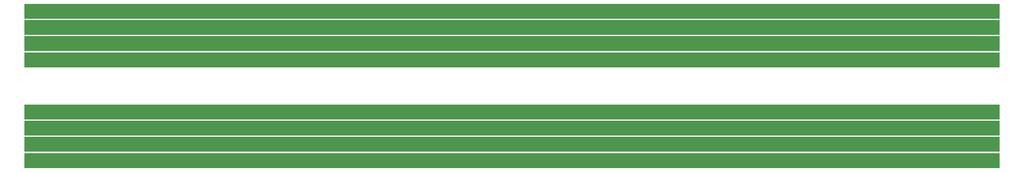
<source format=gbs>
%FSLAX36Y36*%
%MOMM*%
%LPD*%
%ADD11C,0.00100*%
G54D11*
G36*
X-5000000Y7225000D02*
X-5000000Y4025000D01*
X205000000Y4025000D01*
X205000000Y7225000D01*
X-5000000Y7225000D02*
G37*
G54D11*
G36*
X-5000000Y10725000D02*
X-5000000Y7525000D01*
X205000000Y7525000D01*
X205000000Y10725000D01*
X-5000000Y10725000D02*
G37*
G54D11*
G36*
X-5000000Y14225000D02*
X-5000000Y11025000D01*
X205000000Y11025000D01*
X205000000Y14225000D01*
X-5000000Y14225000D02*
G37*
G54D11*
G36*
X-5000000Y17725000D02*
X-5000000Y14525000D01*
X205000000Y14525000D01*
X205000000Y17725000D01*
X-5000000Y17725000D02*
G37*
G54D11*
G36*
X-5000000Y-4025000D02*
X-5000000Y-7225000D01*
X205000000Y-7225000D01*
X205000000Y-4025000D01*
X-5000000Y-4025000D02*
G37*
G54D11*
G36*
X-5000000Y-7525000D02*
X-5000000Y-10725000D01*
X205000000Y-10725000D01*
X205000000Y-7525000D01*
X-5000000Y-7525000D02*
G37*
G54D11*
G36*
X-5000000Y-11025000D02*
X-5000000Y-14225000D01*
X205000000Y-14225000D01*
X205000000Y-11025000D01*
X-5000000Y-11025000D02*
G37*
G54D11*
G36*
X-5000000Y-14525000D02*
X-5000000Y-17725000D01*
X205000000Y-17725000D01*
X205000000Y-14525000D01*
X-5000000Y-14525000D02*
G37*
M02*

</source>
